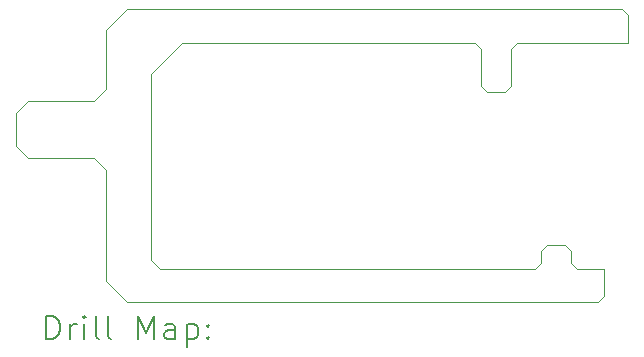
<source format=gbr>
%TF.GenerationSoftware,KiCad,Pcbnew,7.0.5-0*%
%TF.CreationDate,2023-06-17T21:21:16-07:00*%
%TF.ProjectId,JumperlessLEDboard,4a756d70-6572-46c6-9573-734c4544626f,rev?*%
%TF.SameCoordinates,Original*%
%TF.FileFunction,Drillmap*%
%TF.FilePolarity,Positive*%
%FSLAX45Y45*%
G04 Gerber Fmt 4.5, Leading zero omitted, Abs format (unit mm)*
G04 Created by KiCad (PCBNEW 7.0.5-0) date 2023-06-17 21:21:16*
%MOMM*%
%LPD*%
G01*
G04 APERTURE LIST*
%ADD10C,0.100000*%
%ADD11C,0.200000*%
G04 APERTURE END LIST*
D10*
X8597900Y-7467600D02*
X9156700Y-7467600D01*
X9436100Y-6204214D02*
X9258300Y-6382014D01*
X9639300Y-6756400D02*
X9639300Y-6801114D01*
X13195300Y-8255000D02*
X13144500Y-8204200D01*
X9258300Y-8509000D02*
X9258300Y-7569200D01*
X9906000Y-6489700D02*
X9639300Y-6756400D01*
X12433300Y-6858000D02*
X12484100Y-6908800D01*
X8496300Y-7366000D02*
X8597900Y-7467600D01*
X8496300Y-7086600D02*
X8496300Y-7366000D01*
X9258300Y-6883400D02*
X9156700Y-6985000D01*
X12433300Y-6540500D02*
X12382500Y-6489700D01*
X12941300Y-8356600D02*
X12941300Y-8255000D01*
X9436100Y-8686800D02*
X9258300Y-8509000D01*
X13627100Y-6204214D02*
X13677900Y-6255014D01*
X13474700Y-8636000D02*
X13474700Y-8407400D01*
X9156700Y-7467600D02*
X9258300Y-7569200D01*
X12687300Y-6540500D02*
X12687300Y-6858000D01*
X9258300Y-6382014D02*
X9258300Y-6654800D01*
X9436100Y-8686800D02*
X13423900Y-8686800D01*
X13474700Y-8636000D02*
X13423900Y-8686800D01*
X9639300Y-8331200D02*
X9715500Y-8407400D01*
X12433300Y-6858000D02*
X12433300Y-6540500D01*
X9258300Y-6654800D02*
X9258300Y-6883400D01*
X12941300Y-8356600D02*
X12890500Y-8407400D01*
X13195300Y-8255000D02*
X13195300Y-8356600D01*
X13246100Y-8407400D02*
X13474700Y-8407400D01*
X12687300Y-6540500D02*
X12738100Y-6489700D01*
X12992100Y-8204200D02*
X13144500Y-8204200D01*
X13195300Y-8356600D02*
X13246100Y-8407400D01*
X8597900Y-6985000D02*
X8496300Y-7086600D01*
X12941300Y-8255000D02*
X12992100Y-8204200D01*
X9906000Y-6489700D02*
X12382500Y-6489700D01*
X12890500Y-8407400D02*
X9715500Y-8407400D01*
X9639300Y-8331200D02*
X9639300Y-6801114D01*
X12636500Y-6908800D02*
X12484100Y-6908800D01*
X12687300Y-6858000D02*
X12636500Y-6908800D01*
X13677900Y-6255014D02*
X13677900Y-6489700D01*
X9156700Y-6985000D02*
X8597900Y-6985000D01*
X13627100Y-6204214D02*
X9436100Y-6204214D01*
X12738100Y-6489700D02*
X13677900Y-6489700D01*
D11*
X8752077Y-9003284D02*
X8752077Y-8803284D01*
X8752077Y-8803284D02*
X8799696Y-8803284D01*
X8799696Y-8803284D02*
X8828267Y-8812808D01*
X8828267Y-8812808D02*
X8847315Y-8831855D01*
X8847315Y-8831855D02*
X8856839Y-8850903D01*
X8856839Y-8850903D02*
X8866363Y-8888998D01*
X8866363Y-8888998D02*
X8866363Y-8917570D01*
X8866363Y-8917570D02*
X8856839Y-8955665D01*
X8856839Y-8955665D02*
X8847315Y-8974712D01*
X8847315Y-8974712D02*
X8828267Y-8993760D01*
X8828267Y-8993760D02*
X8799696Y-9003284D01*
X8799696Y-9003284D02*
X8752077Y-9003284D01*
X8952077Y-9003284D02*
X8952077Y-8869950D01*
X8952077Y-8908046D02*
X8961601Y-8888998D01*
X8961601Y-8888998D02*
X8971124Y-8879474D01*
X8971124Y-8879474D02*
X8990172Y-8869950D01*
X8990172Y-8869950D02*
X9009220Y-8869950D01*
X9075886Y-9003284D02*
X9075886Y-8869950D01*
X9075886Y-8803284D02*
X9066363Y-8812808D01*
X9066363Y-8812808D02*
X9075886Y-8822331D01*
X9075886Y-8822331D02*
X9085410Y-8812808D01*
X9085410Y-8812808D02*
X9075886Y-8803284D01*
X9075886Y-8803284D02*
X9075886Y-8822331D01*
X9199696Y-9003284D02*
X9180648Y-8993760D01*
X9180648Y-8993760D02*
X9171124Y-8974712D01*
X9171124Y-8974712D02*
X9171124Y-8803284D01*
X9304458Y-9003284D02*
X9285410Y-8993760D01*
X9285410Y-8993760D02*
X9275886Y-8974712D01*
X9275886Y-8974712D02*
X9275886Y-8803284D01*
X9533029Y-9003284D02*
X9533029Y-8803284D01*
X9533029Y-8803284D02*
X9599696Y-8946141D01*
X9599696Y-8946141D02*
X9666363Y-8803284D01*
X9666363Y-8803284D02*
X9666363Y-9003284D01*
X9847315Y-9003284D02*
X9847315Y-8898522D01*
X9847315Y-8898522D02*
X9837791Y-8879474D01*
X9837791Y-8879474D02*
X9818744Y-8869950D01*
X9818744Y-8869950D02*
X9780648Y-8869950D01*
X9780648Y-8869950D02*
X9761601Y-8879474D01*
X9847315Y-8993760D02*
X9828267Y-9003284D01*
X9828267Y-9003284D02*
X9780648Y-9003284D01*
X9780648Y-9003284D02*
X9761601Y-8993760D01*
X9761601Y-8993760D02*
X9752077Y-8974712D01*
X9752077Y-8974712D02*
X9752077Y-8955665D01*
X9752077Y-8955665D02*
X9761601Y-8936617D01*
X9761601Y-8936617D02*
X9780648Y-8927093D01*
X9780648Y-8927093D02*
X9828267Y-8927093D01*
X9828267Y-8927093D02*
X9847315Y-8917570D01*
X9942553Y-8869950D02*
X9942553Y-9069950D01*
X9942553Y-8879474D02*
X9961601Y-8869950D01*
X9961601Y-8869950D02*
X9999696Y-8869950D01*
X9999696Y-8869950D02*
X10018744Y-8879474D01*
X10018744Y-8879474D02*
X10028267Y-8888998D01*
X10028267Y-8888998D02*
X10037791Y-8908046D01*
X10037791Y-8908046D02*
X10037791Y-8965189D01*
X10037791Y-8965189D02*
X10028267Y-8984236D01*
X10028267Y-8984236D02*
X10018744Y-8993760D01*
X10018744Y-8993760D02*
X9999696Y-9003284D01*
X9999696Y-9003284D02*
X9961601Y-9003284D01*
X9961601Y-9003284D02*
X9942553Y-8993760D01*
X10123505Y-8984236D02*
X10133029Y-8993760D01*
X10133029Y-8993760D02*
X10123505Y-9003284D01*
X10123505Y-9003284D02*
X10113982Y-8993760D01*
X10113982Y-8993760D02*
X10123505Y-8984236D01*
X10123505Y-8984236D02*
X10123505Y-9003284D01*
X10123505Y-8879474D02*
X10133029Y-8888998D01*
X10133029Y-8888998D02*
X10123505Y-8898522D01*
X10123505Y-8898522D02*
X10113982Y-8888998D01*
X10113982Y-8888998D02*
X10123505Y-8879474D01*
X10123505Y-8879474D02*
X10123505Y-8898522D01*
M02*

</source>
